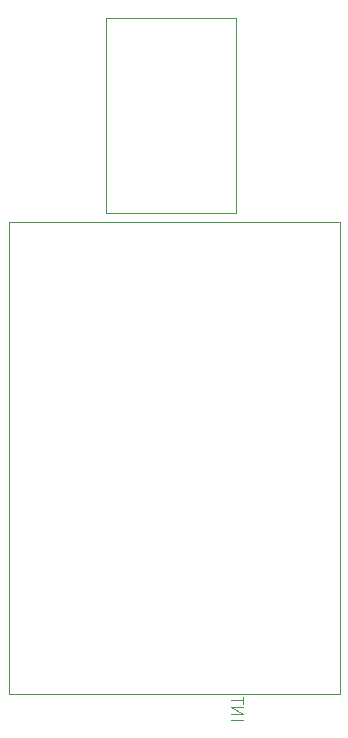
<source format=gbr>
%TF.GenerationSoftware,KiCad,Pcbnew,8.0.8-8.0.8-0~ubuntu24.04.1*%
%TF.CreationDate,2025-02-15T13:06:28-07:00*%
%TF.ProjectId,Temperature Sensor,54656d70-6572-4617-9475-72652053656e,rev?*%
%TF.SameCoordinates,Original*%
%TF.FileFunction,Legend,Bot*%
%TF.FilePolarity,Positive*%
%FSLAX46Y46*%
G04 Gerber Fmt 4.6, Leading zero omitted, Abs format (unit mm)*
G04 Created by KiCad (PCBNEW 8.0.8-8.0.8-0~ubuntu24.04.1) date 2025-02-15 13:06:28*
%MOMM*%
%LPD*%
G01*
G04 APERTURE LIST*
%ADD10C,0.100000*%
G04 APERTURE END LIST*
D10*
X149287580Y-126336115D02*
X150287580Y-126336115D01*
X149287580Y-125859925D02*
X150287580Y-125859925D01*
X150287580Y-125859925D02*
X149287580Y-125288497D01*
X149287580Y-125288497D02*
X150287580Y-125288497D01*
X150287580Y-124955163D02*
X150287580Y-124383735D01*
X149287580Y-124669449D02*
X150287580Y-124669449D01*
%TO.C,UNIT_3*%
X138750000Y-83450000D02*
X149750000Y-83450000D01*
X149750000Y-66950000D01*
X138750000Y-66950000D01*
X138750000Y-83450000D01*
%TO.C,UNIT_2*%
X158500000Y-124190000D02*
X130500000Y-124190000D01*
X130500000Y-84190000D01*
X158500000Y-84190000D01*
X158500000Y-124190000D01*
%TD*%
M02*

</source>
